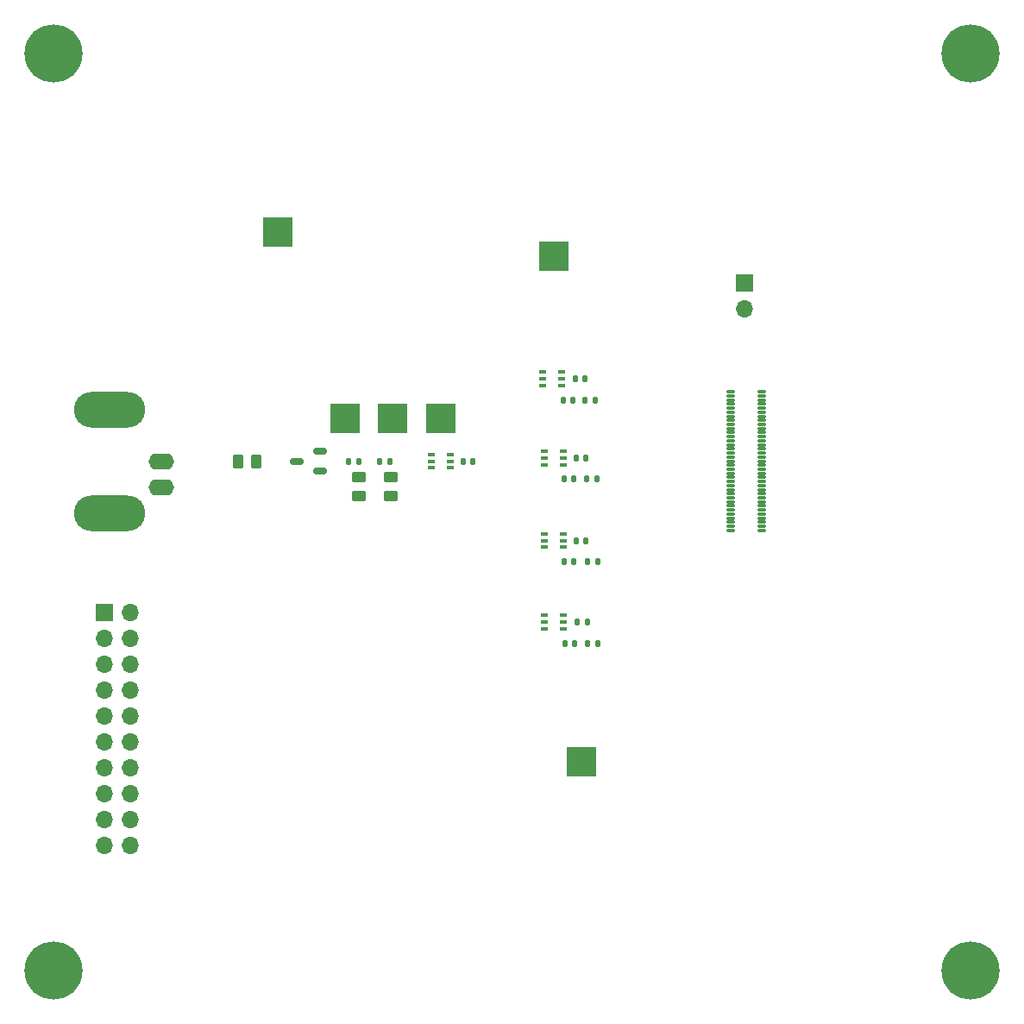
<source format=gbr>
%TF.GenerationSoftware,KiCad,Pcbnew,(7.0.0)*%
%TF.CreationDate,2023-12-14T15:04:28-05:00*%
%TF.ProjectId,singal-path-test-board,73696e67-616c-42d7-9061-74682d746573,rev?*%
%TF.SameCoordinates,Original*%
%TF.FileFunction,Soldermask,Top*%
%TF.FilePolarity,Negative*%
%FSLAX46Y46*%
G04 Gerber Fmt 4.6, Leading zero omitted, Abs format (unit mm)*
G04 Created by KiCad (PCBNEW (7.0.0)) date 2023-12-14 15:04:28*
%MOMM*%
%LPD*%
G01*
G04 APERTURE LIST*
G04 Aperture macros list*
%AMRoundRect*
0 Rectangle with rounded corners*
0 $1 Rounding radius*
0 $2 $3 $4 $5 $6 $7 $8 $9 X,Y pos of 4 corners*
0 Add a 4 corners polygon primitive as box body*
4,1,4,$2,$3,$4,$5,$6,$7,$8,$9,$2,$3,0*
0 Add four circle primitives for the rounded corners*
1,1,$1+$1,$2,$3*
1,1,$1+$1,$4,$5*
1,1,$1+$1,$6,$7*
1,1,$1+$1,$8,$9*
0 Add four rect primitives between the rounded corners*
20,1,$1+$1,$2,$3,$4,$5,0*
20,1,$1+$1,$4,$5,$6,$7,0*
20,1,$1+$1,$6,$7,$8,$9,0*
20,1,$1+$1,$8,$9,$2,$3,0*%
G04 Aperture macros list end*
%ADD10C,5.700000*%
%ADD11R,0.650000X0.400000*%
%ADD12R,3.000000X3.000000*%
%ADD13RoundRect,0.135000X-0.135000X-0.185000X0.135000X-0.185000X0.135000X0.185000X-0.135000X0.185000X0*%
%ADD14RoundRect,0.250000X-0.450000X0.262500X-0.450000X-0.262500X0.450000X-0.262500X0.450000X0.262500X0*%
%ADD15RoundRect,0.250000X-0.262500X-0.450000X0.262500X-0.450000X0.262500X0.450000X-0.262500X0.450000X0*%
%ADD16R,1.700000X1.700000*%
%ADD17O,1.700000X1.700000*%
%ADD18RoundRect,0.010000X-0.340000X0.090000X-0.340000X-0.090000X0.340000X-0.090000X0.340000X0.090000X0*%
%ADD19O,2.500000X1.600000*%
%ADD20O,7.000000X3.500000*%
%ADD21RoundRect,0.150000X0.512500X0.150000X-0.512500X0.150000X-0.512500X-0.150000X0.512500X-0.150000X0*%
%ADD22RoundRect,0.140000X-0.140000X-0.170000X0.140000X-0.170000X0.140000X0.170000X-0.140000X0.170000X0*%
G04 APERTURE END LIST*
%TO.C,J2*%
G36*
X146810000Y-111900000D02*
G01*
X146110000Y-111900000D01*
X146110000Y-112100000D01*
X146810000Y-112100000D01*
X146810000Y-111900000D01*
G37*
G36*
X149190000Y-116500000D02*
G01*
X149890000Y-116500000D01*
X149890000Y-116300000D01*
X149190000Y-116300000D01*
X149190000Y-116500000D01*
G37*
G36*
X146810000Y-112700000D02*
G01*
X146110000Y-112700000D01*
X146110000Y-112900000D01*
X146810000Y-112900000D01*
X146810000Y-112700000D01*
G37*
G36*
X149190000Y-109700000D02*
G01*
X149890000Y-109700000D01*
X149890000Y-109500000D01*
X149190000Y-109500000D01*
X149190000Y-109700000D01*
G37*
G36*
X149190000Y-107300000D02*
G01*
X149890000Y-107300000D01*
X149890000Y-107100000D01*
X149190000Y-107100000D01*
X149190000Y-107300000D01*
G37*
G36*
X146810000Y-103900000D02*
G01*
X146110000Y-103900000D01*
X146110000Y-104100000D01*
X146810000Y-104100000D01*
X146810000Y-103900000D01*
G37*
G36*
X146810000Y-112300000D02*
G01*
X146110000Y-112300000D01*
X146110000Y-112500000D01*
X146810000Y-112500000D01*
X146810000Y-112300000D01*
G37*
G36*
X146810000Y-107500000D02*
G01*
X146110000Y-107500000D01*
X146110000Y-107700000D01*
X146810000Y-107700000D01*
X146810000Y-107500000D01*
G37*
G36*
X149190000Y-108900000D02*
G01*
X149890000Y-108900000D01*
X149890000Y-108700000D01*
X149190000Y-108700000D01*
X149190000Y-108900000D01*
G37*
G36*
X149190000Y-104900000D02*
G01*
X149890000Y-104900000D01*
X149890000Y-104700000D01*
X149190000Y-104700000D01*
X149190000Y-104900000D01*
G37*
G36*
X149190000Y-113700000D02*
G01*
X149890000Y-113700000D01*
X149890000Y-113500000D01*
X149190000Y-113500000D01*
X149190000Y-113700000D01*
G37*
G36*
X149190000Y-106900000D02*
G01*
X149890000Y-106900000D01*
X149890000Y-106700000D01*
X149190000Y-106700000D01*
X149190000Y-106900000D01*
G37*
G36*
X149190000Y-114100000D02*
G01*
X149890000Y-114100000D01*
X149890000Y-113900000D01*
X149190000Y-113900000D01*
X149190000Y-114100000D01*
G37*
G36*
X146810000Y-111100000D02*
G01*
X146110000Y-111100000D01*
X146110000Y-111300000D01*
X146810000Y-111300000D01*
X146810000Y-111100000D01*
G37*
G36*
X149190000Y-110100000D02*
G01*
X149890000Y-110100000D01*
X149890000Y-109900000D01*
X149190000Y-109900000D01*
X149190000Y-110100000D01*
G37*
G36*
X146810000Y-115500000D02*
G01*
X146110000Y-115500000D01*
X146110000Y-115700000D01*
X146810000Y-115700000D01*
X146810000Y-115500000D01*
G37*
G36*
X149190000Y-106500000D02*
G01*
X149890000Y-106500000D01*
X149890000Y-106300000D01*
X149190000Y-106300000D01*
X149190000Y-106500000D01*
G37*
G36*
X146810000Y-104700000D02*
G01*
X146110000Y-104700000D01*
X146110000Y-104900000D01*
X146810000Y-104900000D01*
X146810000Y-104700000D01*
G37*
G36*
X149190000Y-110500000D02*
G01*
X149890000Y-110500000D01*
X149890000Y-110300000D01*
X149190000Y-110300000D01*
X149190000Y-110500000D01*
G37*
G36*
X149190000Y-104500000D02*
G01*
X149890000Y-104500000D01*
X149890000Y-104300000D01*
X149190000Y-104300000D01*
X149190000Y-104500000D01*
G37*
G36*
X146810000Y-109100000D02*
G01*
X146110000Y-109100000D01*
X146110000Y-109300000D01*
X146810000Y-109300000D01*
X146810000Y-109100000D01*
G37*
G36*
X146810000Y-106300000D02*
G01*
X146110000Y-106300000D01*
X146110000Y-106500000D01*
X146810000Y-106500000D01*
X146810000Y-106300000D01*
G37*
G36*
X146810000Y-114700000D02*
G01*
X146110000Y-114700000D01*
X146110000Y-114900000D01*
X146810000Y-114900000D01*
X146810000Y-114700000D01*
G37*
G36*
X149190000Y-112100000D02*
G01*
X149890000Y-112100000D01*
X149890000Y-111900000D01*
X149190000Y-111900000D01*
X149190000Y-112100000D01*
G37*
G36*
X146810000Y-104300000D02*
G01*
X146110000Y-104300000D01*
X146110000Y-104500000D01*
X146810000Y-104500000D01*
X146810000Y-104300000D01*
G37*
G36*
X149190000Y-104100000D02*
G01*
X149890000Y-104100000D01*
X149890000Y-103900000D01*
X149190000Y-103900000D01*
X149190000Y-104100000D01*
G37*
G36*
X149190000Y-114500000D02*
G01*
X149890000Y-114500000D01*
X149890000Y-114300000D01*
X149190000Y-114300000D01*
X149190000Y-114500000D01*
G37*
G36*
X146810000Y-111500000D02*
G01*
X146110000Y-111500000D01*
X146110000Y-111700000D01*
X146810000Y-111700000D01*
X146810000Y-111500000D01*
G37*
G36*
X146810000Y-115100000D02*
G01*
X146110000Y-115100000D01*
X146110000Y-115300000D01*
X146810000Y-115300000D01*
X146810000Y-115100000D01*
G37*
G36*
X146810000Y-106700000D02*
G01*
X146110000Y-106700000D01*
X146110000Y-106900000D01*
X146810000Y-106900000D01*
X146810000Y-106700000D01*
G37*
G36*
X146810000Y-115900000D02*
G01*
X146110000Y-115900000D01*
X146110000Y-116100000D01*
X146810000Y-116100000D01*
X146810000Y-115900000D01*
G37*
G36*
X149190000Y-107700000D02*
G01*
X149890000Y-107700000D01*
X149890000Y-107500000D01*
X149190000Y-107500000D01*
X149190000Y-107700000D01*
G37*
G36*
X149190000Y-109300000D02*
G01*
X149890000Y-109300000D01*
X149890000Y-109100000D01*
X149190000Y-109100000D01*
X149190000Y-109300000D01*
G37*
G36*
X146810000Y-109500000D02*
G01*
X146110000Y-109500000D01*
X146110000Y-109700000D01*
X146810000Y-109700000D01*
X146810000Y-109500000D01*
G37*
G36*
X149190000Y-116100000D02*
G01*
X149890000Y-116100000D01*
X149890000Y-115900000D01*
X149190000Y-115900000D01*
X149190000Y-116100000D01*
G37*
G36*
X146810000Y-103500000D02*
G01*
X146110000Y-103500000D01*
X146110000Y-103700000D01*
X146810000Y-103700000D01*
X146810000Y-103500000D01*
G37*
G36*
X149190000Y-113300000D02*
G01*
X149890000Y-113300000D01*
X149890000Y-113100000D01*
X149190000Y-113100000D01*
X149190000Y-113300000D01*
G37*
G36*
X146810000Y-113100000D02*
G01*
X146110000Y-113100000D01*
X146110000Y-113300000D01*
X146810000Y-113300000D01*
X146810000Y-113100000D01*
G37*
G36*
X146810000Y-116700000D02*
G01*
X146110000Y-116700000D01*
X146110000Y-116900000D01*
X146810000Y-116900000D01*
X146810000Y-116700000D01*
G37*
G36*
X149190000Y-105700000D02*
G01*
X149890000Y-105700000D01*
X149890000Y-105500000D01*
X149190000Y-105500000D01*
X149190000Y-105700000D01*
G37*
G36*
X146810000Y-109900000D02*
G01*
X146110000Y-109900000D01*
X146110000Y-110100000D01*
X146810000Y-110100000D01*
X146810000Y-109900000D01*
G37*
G36*
X146810000Y-105900000D02*
G01*
X146110000Y-105900000D01*
X146110000Y-106100000D01*
X146810000Y-106100000D01*
X146810000Y-105900000D01*
G37*
G36*
X149190000Y-112900000D02*
G01*
X149890000Y-112900000D01*
X149890000Y-112700000D01*
X149190000Y-112700000D01*
X149190000Y-112900000D01*
G37*
G36*
X149190000Y-103700000D02*
G01*
X149890000Y-103700000D01*
X149890000Y-103500000D01*
X149190000Y-103500000D01*
X149190000Y-103700000D01*
G37*
G36*
X149190000Y-108500000D02*
G01*
X149890000Y-108500000D01*
X149890000Y-108300000D01*
X149190000Y-108300000D01*
X149190000Y-108500000D01*
G37*
G36*
X146810000Y-113500000D02*
G01*
X146110000Y-113500000D01*
X146110000Y-113700000D01*
X146810000Y-113700000D01*
X146810000Y-113500000D01*
G37*
G36*
X146810000Y-103100000D02*
G01*
X146110000Y-103100000D01*
X146110000Y-103300000D01*
X146810000Y-103300000D01*
X146810000Y-103100000D01*
G37*
G36*
X146810000Y-105100000D02*
G01*
X146110000Y-105100000D01*
X146110000Y-105300000D01*
X146810000Y-105300000D01*
X146810000Y-105100000D01*
G37*
G36*
X149190000Y-108100000D02*
G01*
X149890000Y-108100000D01*
X149890000Y-107900000D01*
X149190000Y-107900000D01*
X149190000Y-108100000D01*
G37*
G36*
X146810000Y-116300000D02*
G01*
X146110000Y-116300000D01*
X146110000Y-116500000D01*
X146810000Y-116500000D01*
X146810000Y-116300000D01*
G37*
G36*
X149190000Y-110900000D02*
G01*
X149890000Y-110900000D01*
X149890000Y-110700000D01*
X149190000Y-110700000D01*
X149190000Y-110900000D01*
G37*
G36*
X146810000Y-108700000D02*
G01*
X146110000Y-108700000D01*
X146110000Y-108900000D01*
X146810000Y-108900000D01*
X146810000Y-108700000D01*
G37*
G36*
X149190000Y-115700000D02*
G01*
X149890000Y-115700000D01*
X149890000Y-115500000D01*
X149190000Y-115500000D01*
X149190000Y-115700000D01*
G37*
G36*
X149190000Y-116900000D02*
G01*
X149890000Y-116900000D01*
X149890000Y-116700000D01*
X149190000Y-116700000D01*
X149190000Y-116900000D01*
G37*
G36*
X146810000Y-113900000D02*
G01*
X146110000Y-113900000D01*
X146110000Y-114100000D01*
X146810000Y-114100000D01*
X146810000Y-113900000D01*
G37*
G36*
X146810000Y-114300000D02*
G01*
X146110000Y-114300000D01*
X146110000Y-114500000D01*
X146810000Y-114500000D01*
X146810000Y-114300000D01*
G37*
G36*
X149190000Y-105300000D02*
G01*
X149890000Y-105300000D01*
X149890000Y-105100000D01*
X149190000Y-105100000D01*
X149190000Y-105300000D01*
G37*
G36*
X149190000Y-111300000D02*
G01*
X149890000Y-111300000D01*
X149890000Y-111100000D01*
X149190000Y-111100000D01*
X149190000Y-111300000D01*
G37*
G36*
X146810000Y-107100000D02*
G01*
X146110000Y-107100000D01*
X146110000Y-107300000D01*
X146810000Y-107300000D01*
X146810000Y-107100000D01*
G37*
G36*
X149190000Y-115300000D02*
G01*
X149890000Y-115300000D01*
X149890000Y-115100000D01*
X149190000Y-115100000D01*
X149190000Y-115300000D01*
G37*
G36*
X146810000Y-110700000D02*
G01*
X146110000Y-110700000D01*
X146110000Y-110900000D01*
X146810000Y-110900000D01*
X146810000Y-110700000D01*
G37*
G36*
X146810000Y-105500000D02*
G01*
X146110000Y-105500000D01*
X146110000Y-105700000D01*
X146810000Y-105700000D01*
X146810000Y-105500000D01*
G37*
G36*
X149190000Y-114900000D02*
G01*
X149890000Y-114900000D01*
X149890000Y-114700000D01*
X149190000Y-114700000D01*
X149190000Y-114900000D01*
G37*
G36*
X149190000Y-111700000D02*
G01*
X149890000Y-111700000D01*
X149890000Y-111500000D01*
X149190000Y-111500000D01*
X149190000Y-111700000D01*
G37*
G36*
X146810000Y-108300000D02*
G01*
X146110000Y-108300000D01*
X146110000Y-108500000D01*
X146810000Y-108500000D01*
X146810000Y-108300000D01*
G37*
G36*
X146810000Y-107900000D02*
G01*
X146110000Y-107900000D01*
X146110000Y-108100000D01*
X146810000Y-108100000D01*
X146810000Y-107900000D01*
G37*
G36*
X146810000Y-110300000D02*
G01*
X146110000Y-110300000D01*
X146110000Y-110500000D01*
X146810000Y-110500000D01*
X146810000Y-110300000D01*
G37*
G36*
X149190000Y-112500000D02*
G01*
X149890000Y-112500000D01*
X149890000Y-112300000D01*
X149190000Y-112300000D01*
X149190000Y-112500000D01*
G37*
G36*
X149190000Y-106100000D02*
G01*
X149890000Y-106100000D01*
X149890000Y-105900000D01*
X149190000Y-105900000D01*
X149190000Y-106100000D01*
G37*
%TD*%
D10*
%TO.C,TP10*%
X80000000Y-160000000D03*
%TD*%
%TO.C,TP3*%
X170000000Y-160000000D03*
%TD*%
%TO.C,TP1*%
X170000000Y-70000000D03*
%TD*%
%TO.C,TP2*%
X80000000Y-70000000D03*
%TD*%
D11*
%TO.C,U5*%
X128149999Y-125149999D03*
X128149999Y-125799999D03*
X128149999Y-126449999D03*
X130049999Y-126449999D03*
X130049999Y-125799999D03*
X130049999Y-125149999D03*
%TD*%
%TO.C,U4*%
X128149999Y-109049999D03*
X128149999Y-109699999D03*
X128149999Y-110349999D03*
X130049999Y-110349999D03*
X130049999Y-109699999D03*
X130049999Y-109049999D03*
%TD*%
%TO.C,U3*%
X128149999Y-117149999D03*
X128149999Y-117799999D03*
X128149999Y-118449999D03*
X130049999Y-118449999D03*
X130049999Y-117799999D03*
X130049999Y-117149999D03*
%TD*%
%TO.C,U2*%
X127999999Y-101249999D03*
X127999999Y-101899999D03*
X127999999Y-102549999D03*
X129899999Y-102549999D03*
X129899999Y-101899999D03*
X129899999Y-101249999D03*
%TD*%
%TO.C,U1*%
X117049999Y-109349999D03*
X117049999Y-109999999D03*
X117049999Y-110649999D03*
X118949999Y-110649999D03*
X118949999Y-109999999D03*
X118949999Y-109349999D03*
%TD*%
D12*
%TO.C,TP9*%
X108599999Y-105799999D03*
%TD*%
%TO.C,TP8*%
X117999999Y-105799999D03*
%TD*%
%TO.C,TP7*%
X101999999Y-87499999D03*
%TD*%
%TO.C,TP6*%
X129099999Y-89899999D03*
%TD*%
%TO.C,TP5*%
X131799999Y-139499999D03*
%TD*%
%TO.C,TP4*%
X113299999Y-105799999D03*
%TD*%
D13*
%TO.C,R9*%
X132390000Y-127900000D03*
X133410000Y-127900000D03*
%TD*%
%TO.C,R8*%
X133310000Y-111700000D03*
X132290000Y-111700000D03*
%TD*%
%TO.C,R7*%
X132390000Y-119900000D03*
X133410000Y-119900000D03*
%TD*%
%TO.C,R6*%
X132190000Y-104000000D03*
X133210000Y-104000000D03*
%TD*%
D14*
%TO.C,R5*%
X110000000Y-113412500D03*
X110000000Y-111587500D03*
%TD*%
%TO.C,R4*%
X113100000Y-111587500D03*
X113100000Y-113412500D03*
%TD*%
D15*
%TO.C,R3*%
X98087500Y-110000000D03*
X99912500Y-110000000D03*
%TD*%
D13*
%TO.C,R2*%
X109000000Y-110000000D03*
X110020000Y-110000000D03*
%TD*%
%TO.C,R1*%
X112000000Y-110000000D03*
X113020000Y-110000000D03*
%TD*%
D16*
%TO.C,JP1*%
X147799999Y-92524999D03*
D17*
X147799999Y-95064999D03*
%TD*%
D16*
%TO.C,J3*%
X84999999Y-124839999D03*
D17*
X87539999Y-124839999D03*
X84999999Y-127379999D03*
X87539999Y-127379999D03*
X84999999Y-129919999D03*
X87539999Y-129919999D03*
X84999999Y-132459999D03*
X87539999Y-132459999D03*
X84999999Y-134999999D03*
X87539999Y-134999999D03*
X84999999Y-137539999D03*
X87539999Y-137539999D03*
X84999999Y-140079999D03*
X87539999Y-140079999D03*
X84999999Y-142619999D03*
X87539999Y-142619999D03*
X84999999Y-145159999D03*
X87539999Y-145159999D03*
X84999999Y-147699999D03*
X87539999Y-147699999D03*
%TD*%
D18*
%TO.C,J2*%
X149540000Y-103200000D03*
X146460000Y-103200000D03*
X149540000Y-103600000D03*
X146460000Y-103600000D03*
X149540000Y-104000000D03*
X146460000Y-104000000D03*
X149540000Y-104400000D03*
X146460000Y-104400000D03*
X149540000Y-104800000D03*
X146460000Y-104800000D03*
X149540000Y-105200000D03*
X146460000Y-105200000D03*
X149540000Y-105600000D03*
X146460000Y-105600000D03*
X149540000Y-106000000D03*
X146460000Y-106000000D03*
X149540000Y-106400000D03*
X146460000Y-106400000D03*
X149540000Y-106800000D03*
X146460000Y-106800000D03*
X149540000Y-107200000D03*
X146460000Y-107200000D03*
X149540000Y-107600000D03*
X146460000Y-107600000D03*
X149540000Y-108000000D03*
X146460000Y-108000000D03*
X149540000Y-108400000D03*
X146460000Y-108400000D03*
X149540000Y-108800000D03*
X146460000Y-108800000D03*
X149540000Y-109200000D03*
X146460000Y-109200000D03*
X149540000Y-109600000D03*
X146460000Y-109600000D03*
X149540000Y-110000000D03*
X146460000Y-110000000D03*
X149540000Y-110400000D03*
X146460000Y-110400000D03*
X149540000Y-110800000D03*
X146460000Y-110800000D03*
X149540000Y-111200000D03*
X146460000Y-111200000D03*
X149540000Y-111600000D03*
X146460000Y-111600000D03*
X149540000Y-112000000D03*
X146460000Y-112000000D03*
X149540000Y-112400000D03*
X146460000Y-112400000D03*
X149540000Y-112800000D03*
X146460000Y-112800000D03*
X149540000Y-113200000D03*
X146460000Y-113200000D03*
X149540000Y-113600000D03*
X146460000Y-113600000D03*
X149540000Y-114000000D03*
X146460000Y-114000000D03*
X149540000Y-114400000D03*
X146460000Y-114400000D03*
X149540000Y-114800000D03*
X146460000Y-114800000D03*
X149540000Y-115200000D03*
X146460000Y-115200000D03*
X149540000Y-115600000D03*
X146460000Y-115600000D03*
X149540000Y-116000000D03*
X146460000Y-116000000D03*
X149540000Y-116400000D03*
X146460000Y-116400000D03*
X149540000Y-116800000D03*
X146460000Y-116800000D03*
%TD*%
D19*
%TO.C,J1*%
X90549999Y-112619999D03*
D20*
X85469999Y-115159999D03*
X85469999Y-104999999D03*
D19*
X90549999Y-110079999D03*
%TD*%
D21*
%TO.C,D1*%
X103862500Y-110000000D03*
X106137500Y-109050000D03*
X106137500Y-110950000D03*
%TD*%
D22*
%TO.C,C9*%
X130200000Y-127900000D03*
X131160000Y-127900000D03*
%TD*%
%TO.C,C8*%
X130120000Y-111700000D03*
X131080000Y-111700000D03*
%TD*%
%TO.C,C7*%
X131420000Y-125800000D03*
X132380000Y-125800000D03*
%TD*%
%TO.C,C6*%
X132280000Y-109700000D03*
X131320000Y-109700000D03*
%TD*%
%TO.C,C5*%
X130120000Y-119900000D03*
X131080000Y-119900000D03*
%TD*%
%TO.C,C4*%
X130020000Y-104000000D03*
X130980000Y-104000000D03*
%TD*%
%TO.C,C3*%
X131320000Y-117800000D03*
X132280000Y-117800000D03*
%TD*%
%TO.C,C2*%
X131220000Y-101900000D03*
X132180000Y-101900000D03*
%TD*%
%TO.C,C1*%
X120220000Y-110000000D03*
X121180000Y-110000000D03*
%TD*%
M02*

</source>
